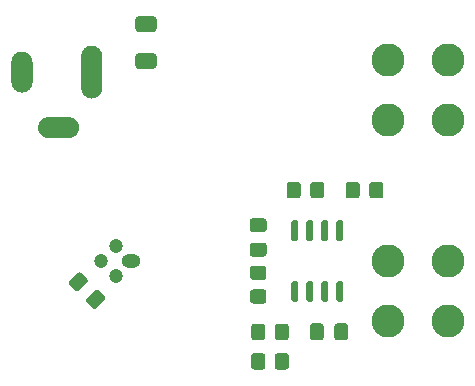
<source format=gbr>
G04 #@! TF.GenerationSoftware,KiCad,Pcbnew,6.0.0-d3dd2cf0fa~116~ubuntu21.10.1*
G04 #@! TF.CreationDate,2022-02-03T21:59:43+00:00*
G04 #@! TF.ProjectId,pcb-adr1399-vref,7063622d-6164-4723-9133-39392d767265,rev?*
G04 #@! TF.SameCoordinates,Original*
G04 #@! TF.FileFunction,Soldermask,Top*
G04 #@! TF.FilePolarity,Negative*
%FSLAX46Y46*%
G04 Gerber Fmt 4.6, Leading zero omitted, Abs format (unit mm)*
G04 Created by KiCad (PCBNEW 6.0.0-d3dd2cf0fa~116~ubuntu21.10.1) date 2022-02-03 21:59:43*
%MOMM*%
%LPD*%
G01*
G04 APERTURE LIST*
%ADD10C,2.800000*%
%ADD11O,1.600000X1.200000*%
%ADD12C,1.200000*%
G04 APERTURE END LIST*
G36*
G01*
X85000000Y-95850000D02*
X85000000Y-93150000D01*
G75*
G02*
X85900000Y-92250000I900000J0D01*
G01*
X85900000Y-92250000D01*
G75*
G02*
X86800000Y-93150000I0J-900000D01*
G01*
X86800000Y-95850000D01*
G75*
G02*
X85900000Y-96750000I-900000J0D01*
G01*
X85900000Y-96750000D01*
G75*
G02*
X85000000Y-95850000I0J900000D01*
G01*
G37*
G36*
G01*
X79100000Y-95350000D02*
X79100000Y-93650000D01*
G75*
G02*
X80000000Y-92750000I900000J0D01*
G01*
X80000000Y-92750000D01*
G75*
G02*
X80900000Y-93650000I0J-900000D01*
G01*
X80900000Y-95350000D01*
G75*
G02*
X80000000Y-96250000I-900000J0D01*
G01*
X80000000Y-96250000D01*
G75*
G02*
X79100000Y-95350000I0J900000D01*
G01*
G37*
G36*
G01*
X81350000Y-99200000D02*
X81350000Y-99200000D01*
G75*
G02*
X82250000Y-98300000I900000J0D01*
G01*
X83950000Y-98300000D01*
G75*
G02*
X84850000Y-99200000I0J-900000D01*
G01*
X84850000Y-99200000D01*
G75*
G02*
X83950000Y-100100000I-900000J0D01*
G01*
X82250000Y-100100000D01*
G75*
G02*
X81350000Y-99200000I0J900000D01*
G01*
G37*
G36*
G01*
X100450000Y-114100000D02*
X99550000Y-114100000D01*
G75*
G02*
X99300000Y-113850000I0J250000D01*
G01*
X99300000Y-113150000D01*
G75*
G02*
X99550000Y-112900000I250000J0D01*
G01*
X100450000Y-112900000D01*
G75*
G02*
X100700000Y-113150000I0J-250000D01*
G01*
X100700000Y-113850000D01*
G75*
G02*
X100450000Y-114100000I-250000J0D01*
G01*
G37*
G36*
G01*
X100450000Y-112100000D02*
X99550000Y-112100000D01*
G75*
G02*
X99300000Y-111850000I0J250000D01*
G01*
X99300000Y-111150000D01*
G75*
G02*
X99550000Y-110900000I250000J0D01*
G01*
X100450000Y-110900000D01*
G75*
G02*
X100700000Y-111150000I0J-250000D01*
G01*
X100700000Y-111850000D01*
G75*
G02*
X100450000Y-112100000I-250000J0D01*
G01*
G37*
G36*
G01*
X104375000Y-116975000D02*
X104375000Y-116025000D01*
G75*
G02*
X104625000Y-115775000I250000J0D01*
G01*
X105300000Y-115775000D01*
G75*
G02*
X105550000Y-116025000I0J-250000D01*
G01*
X105550000Y-116975000D01*
G75*
G02*
X105300000Y-117225000I-250000J0D01*
G01*
X104625000Y-117225000D01*
G75*
G02*
X104375000Y-116975000I0J250000D01*
G01*
G37*
G36*
G01*
X106450000Y-116975000D02*
X106450000Y-116025000D01*
G75*
G02*
X106700000Y-115775000I250000J0D01*
G01*
X107375000Y-115775000D01*
G75*
G02*
X107625000Y-116025000I0J-250000D01*
G01*
X107625000Y-116975000D01*
G75*
G02*
X107375000Y-117225000I-250000J0D01*
G01*
X106700000Y-117225000D01*
G75*
G02*
X106450000Y-116975000I0J250000D01*
G01*
G37*
D10*
X110960000Y-93460000D03*
X116040000Y-93460000D03*
X116040000Y-98540000D03*
X110960000Y-98540000D03*
G36*
G01*
X99400000Y-116950000D02*
X99400000Y-116050000D01*
G75*
G02*
X99650000Y-115800000I250000J0D01*
G01*
X100350000Y-115800000D01*
G75*
G02*
X100600000Y-116050000I0J-250000D01*
G01*
X100600000Y-116950000D01*
G75*
G02*
X100350000Y-117200000I-250000J0D01*
G01*
X99650000Y-117200000D01*
G75*
G02*
X99400000Y-116950000I0J250000D01*
G01*
G37*
G36*
G01*
X101400000Y-116950000D02*
X101400000Y-116050000D01*
G75*
G02*
X101650000Y-115800000I250000J0D01*
G01*
X102350000Y-115800000D01*
G75*
G02*
X102600000Y-116050000I0J-250000D01*
G01*
X102600000Y-116950000D01*
G75*
G02*
X102350000Y-117200000I-250000J0D01*
G01*
X101650000Y-117200000D01*
G75*
G02*
X101400000Y-116950000I0J250000D01*
G01*
G37*
G36*
G01*
X106755000Y-107050000D02*
X107055000Y-107050000D01*
G75*
G02*
X107205000Y-107200000I0J-150000D01*
G01*
X107205000Y-108650000D01*
G75*
G02*
X107055000Y-108800000I-150000J0D01*
G01*
X106755000Y-108800000D01*
G75*
G02*
X106605000Y-108650000I0J150000D01*
G01*
X106605000Y-107200000D01*
G75*
G02*
X106755000Y-107050000I150000J0D01*
G01*
G37*
G36*
G01*
X105485000Y-107050000D02*
X105785000Y-107050000D01*
G75*
G02*
X105935000Y-107200000I0J-150000D01*
G01*
X105935000Y-108650000D01*
G75*
G02*
X105785000Y-108800000I-150000J0D01*
G01*
X105485000Y-108800000D01*
G75*
G02*
X105335000Y-108650000I0J150000D01*
G01*
X105335000Y-107200000D01*
G75*
G02*
X105485000Y-107050000I150000J0D01*
G01*
G37*
G36*
G01*
X104215000Y-107050000D02*
X104515000Y-107050000D01*
G75*
G02*
X104665000Y-107200000I0J-150000D01*
G01*
X104665000Y-108650000D01*
G75*
G02*
X104515000Y-108800000I-150000J0D01*
G01*
X104215000Y-108800000D01*
G75*
G02*
X104065000Y-108650000I0J150000D01*
G01*
X104065000Y-107200000D01*
G75*
G02*
X104215000Y-107050000I150000J0D01*
G01*
G37*
G36*
G01*
X102945000Y-107050000D02*
X103245000Y-107050000D01*
G75*
G02*
X103395000Y-107200000I0J-150000D01*
G01*
X103395000Y-108650000D01*
G75*
G02*
X103245000Y-108800000I-150000J0D01*
G01*
X102945000Y-108800000D01*
G75*
G02*
X102795000Y-108650000I0J150000D01*
G01*
X102795000Y-107200000D01*
G75*
G02*
X102945000Y-107050000I150000J0D01*
G01*
G37*
G36*
G01*
X102945000Y-112200000D02*
X103245000Y-112200000D01*
G75*
G02*
X103395000Y-112350000I0J-150000D01*
G01*
X103395000Y-113800000D01*
G75*
G02*
X103245000Y-113950000I-150000J0D01*
G01*
X102945000Y-113950000D01*
G75*
G02*
X102795000Y-113800000I0J150000D01*
G01*
X102795000Y-112350000D01*
G75*
G02*
X102945000Y-112200000I150000J0D01*
G01*
G37*
G36*
G01*
X104215000Y-112200000D02*
X104515000Y-112200000D01*
G75*
G02*
X104665000Y-112350000I0J-150000D01*
G01*
X104665000Y-113800000D01*
G75*
G02*
X104515000Y-113950000I-150000J0D01*
G01*
X104215000Y-113950000D01*
G75*
G02*
X104065000Y-113800000I0J150000D01*
G01*
X104065000Y-112350000D01*
G75*
G02*
X104215000Y-112200000I150000J0D01*
G01*
G37*
G36*
G01*
X105485000Y-112200000D02*
X105785000Y-112200000D01*
G75*
G02*
X105935000Y-112350000I0J-150000D01*
G01*
X105935000Y-113800000D01*
G75*
G02*
X105785000Y-113950000I-150000J0D01*
G01*
X105485000Y-113950000D01*
G75*
G02*
X105335000Y-113800000I0J150000D01*
G01*
X105335000Y-112350000D01*
G75*
G02*
X105485000Y-112200000I150000J0D01*
G01*
G37*
G36*
G01*
X106755000Y-112200000D02*
X107055000Y-112200000D01*
G75*
G02*
X107205000Y-112350000I0J-150000D01*
G01*
X107205000Y-113800000D01*
G75*
G02*
X107055000Y-113950000I-150000J0D01*
G01*
X106755000Y-113950000D01*
G75*
G02*
X106605000Y-113800000I0J150000D01*
G01*
X106605000Y-112350000D01*
G75*
G02*
X106755000Y-112200000I150000J0D01*
G01*
G37*
G36*
G01*
X107400000Y-104950000D02*
X107400000Y-104050000D01*
G75*
G02*
X107650000Y-103800000I250000J0D01*
G01*
X108350000Y-103800000D01*
G75*
G02*
X108600000Y-104050000I0J-250000D01*
G01*
X108600000Y-104950000D01*
G75*
G02*
X108350000Y-105200000I-250000J0D01*
G01*
X107650000Y-105200000D01*
G75*
G02*
X107400000Y-104950000I0J250000D01*
G01*
G37*
G36*
G01*
X109400000Y-104950000D02*
X109400000Y-104050000D01*
G75*
G02*
X109650000Y-103800000I250000J0D01*
G01*
X110350000Y-103800000D01*
G75*
G02*
X110600000Y-104050000I0J-250000D01*
G01*
X110600000Y-104950000D01*
G75*
G02*
X110350000Y-105200000I-250000J0D01*
G01*
X109650000Y-105200000D01*
G75*
G02*
X109400000Y-104950000I0J250000D01*
G01*
G37*
X110960000Y-110460000D03*
X116040000Y-110460000D03*
X116040000Y-115540000D03*
X110960000Y-115540000D03*
D11*
X89270000Y-110500000D03*
D12*
X88000000Y-109230000D03*
X86730000Y-110500000D03*
X88000000Y-111770000D03*
G36*
G01*
X105600000Y-104050000D02*
X105600000Y-104950000D01*
G75*
G02*
X105350000Y-105200000I-250000J0D01*
G01*
X104650000Y-105200000D01*
G75*
G02*
X104400000Y-104950000I0J250000D01*
G01*
X104400000Y-104050000D01*
G75*
G02*
X104650000Y-103800000I250000J0D01*
G01*
X105350000Y-103800000D01*
G75*
G02*
X105600000Y-104050000I0J-250000D01*
G01*
G37*
G36*
G01*
X103600000Y-104050000D02*
X103600000Y-104950000D01*
G75*
G02*
X103350000Y-105200000I-250000J0D01*
G01*
X102650000Y-105200000D01*
G75*
G02*
X102400000Y-104950000I0J250000D01*
G01*
X102400000Y-104050000D01*
G75*
G02*
X102650000Y-103800000I250000J0D01*
G01*
X103350000Y-103800000D01*
G75*
G02*
X103600000Y-104050000I0J-250000D01*
G01*
G37*
G36*
G01*
X91150000Y-94225000D02*
X89850000Y-94225000D01*
G75*
G02*
X89600000Y-93975000I0J250000D01*
G01*
X89600000Y-93150000D01*
G75*
G02*
X89850000Y-92900000I250000J0D01*
G01*
X91150000Y-92900000D01*
G75*
G02*
X91400000Y-93150000I0J-250000D01*
G01*
X91400000Y-93975000D01*
G75*
G02*
X91150000Y-94225000I-250000J0D01*
G01*
G37*
G36*
G01*
X91150000Y-91100000D02*
X89850000Y-91100000D01*
G75*
G02*
X89600000Y-90850000I0J250000D01*
G01*
X89600000Y-90025000D01*
G75*
G02*
X89850000Y-89775000I250000J0D01*
G01*
X91150000Y-89775000D01*
G75*
G02*
X91400000Y-90025000I0J-250000D01*
G01*
X91400000Y-90850000D01*
G75*
G02*
X91150000Y-91100000I-250000J0D01*
G01*
G37*
G36*
G01*
X84015076Y-112186827D02*
X84686827Y-111515076D01*
G75*
G02*
X85040381Y-111515076I176777J-176777D01*
G01*
X85517678Y-111992373D01*
G75*
G02*
X85517678Y-112345927I-176777J-176777D01*
G01*
X84845927Y-113017678D01*
G75*
G02*
X84492373Y-113017678I-176777J176777D01*
G01*
X84015076Y-112540381D01*
G75*
G02*
X84015076Y-112186827I176777J176777D01*
G01*
G37*
G36*
G01*
X85482322Y-113654073D02*
X86154073Y-112982322D01*
G75*
G02*
X86507627Y-112982322I176777J-176777D01*
G01*
X86984924Y-113459619D01*
G75*
G02*
X86984924Y-113813173I-176777J-176777D01*
G01*
X86313173Y-114484924D01*
G75*
G02*
X85959619Y-114484924I-176777J176777D01*
G01*
X85482322Y-114007627D01*
G75*
G02*
X85482322Y-113654073I176777J176777D01*
G01*
G37*
G36*
G01*
X102600000Y-118550000D02*
X102600000Y-119450000D01*
G75*
G02*
X102350000Y-119700000I-250000J0D01*
G01*
X101650000Y-119700000D01*
G75*
G02*
X101400000Y-119450000I0J250000D01*
G01*
X101400000Y-118550000D01*
G75*
G02*
X101650000Y-118300000I250000J0D01*
G01*
X102350000Y-118300000D01*
G75*
G02*
X102600000Y-118550000I0J-250000D01*
G01*
G37*
G36*
G01*
X100600000Y-118550000D02*
X100600000Y-119450000D01*
G75*
G02*
X100350000Y-119700000I-250000J0D01*
G01*
X99650000Y-119700000D01*
G75*
G02*
X99400000Y-119450000I0J250000D01*
G01*
X99400000Y-118550000D01*
G75*
G02*
X99650000Y-118300000I250000J0D01*
G01*
X100350000Y-118300000D01*
G75*
G02*
X100600000Y-118550000I0J-250000D01*
G01*
G37*
G36*
G01*
X100475000Y-110125000D02*
X99525000Y-110125000D01*
G75*
G02*
X99275000Y-109875000I0J250000D01*
G01*
X99275000Y-109200000D01*
G75*
G02*
X99525000Y-108950000I250000J0D01*
G01*
X100475000Y-108950000D01*
G75*
G02*
X100725000Y-109200000I0J-250000D01*
G01*
X100725000Y-109875000D01*
G75*
G02*
X100475000Y-110125000I-250000J0D01*
G01*
G37*
G36*
G01*
X100475000Y-108050000D02*
X99525000Y-108050000D01*
G75*
G02*
X99275000Y-107800000I0J250000D01*
G01*
X99275000Y-107125000D01*
G75*
G02*
X99525000Y-106875000I250000J0D01*
G01*
X100475000Y-106875000D01*
G75*
G02*
X100725000Y-107125000I0J-250000D01*
G01*
X100725000Y-107800000D01*
G75*
G02*
X100475000Y-108050000I-250000J0D01*
G01*
G37*
M02*

</source>
